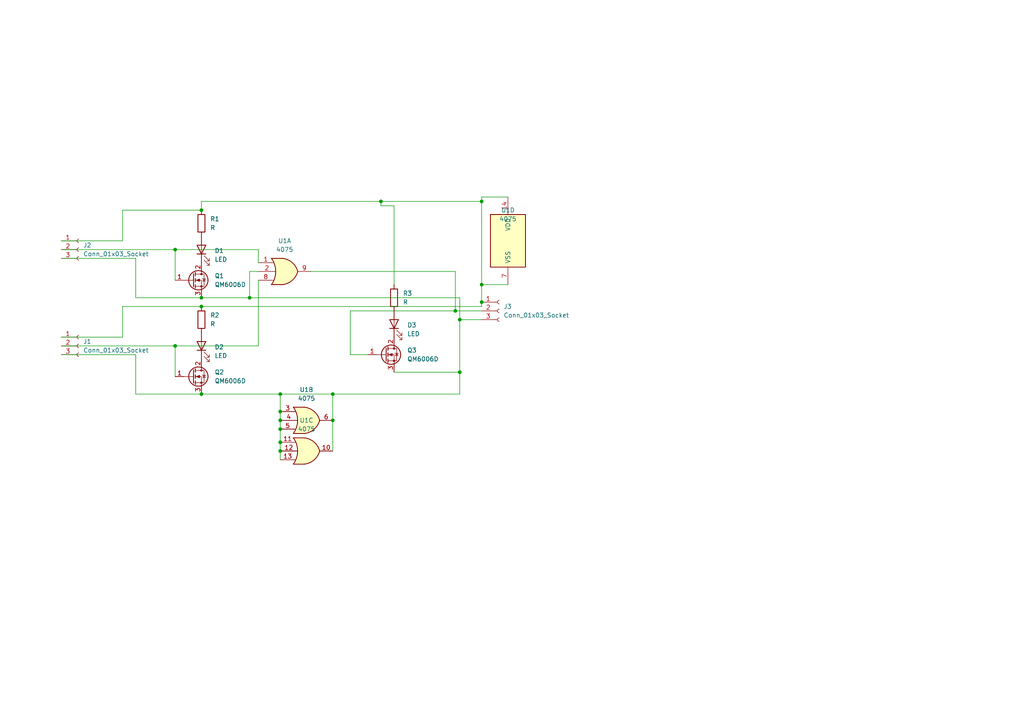
<source format=kicad_sch>
(kicad_sch (version 20250114) (generator "eeschema") (generator_version "9.0")
  (paper "A4")
  (lib_symbols
    (symbol "4xxx:4075" (pin_names (offset 1.016))
      (property "Reference" "U" (at 0 1.27 0))
      (property "Value" "4075" (at 0 -1.27 0))
      (symbol "4075_1_1"
        (arc (start -3.81 3.81) (mid -2.589 0) (end -3.81 -3.81) (stroke (width 0.254)))
        (polyline (pts (xy -3.81 3.81) (xy -0.635 3.81)) (stroke (width 0.254)) (fill (type background)))
        (polyline (pts (xy -3.81 -3.81) (xy -0.635 -3.81)) (stroke (width 0.254)) (fill (type background)))
        (arc (start 3.81 0) (mid 2.1855 -2.584) (end -0.6096 -3.81) (stroke (width 0.254)) (fill (type background)))
        (arc (start -0.6096 3.81) (mid 2.1928 2.5924) (end 3.81 0) (stroke (width 0.254)) (fill (type background)))
        (polyline (pts (xy -0.635 3.81) (xy -3.81 3.81) (xy -3.81 3.81) (xy -3.556 3.4036) (xy -3.0226 2.2606) (xy -2.6924 1.0414) (xy -2.6162 -0.254) (xy -2.7686 -1.4986) (xy -3.175 -2.7178) (xy -3.81 -3.81) (xy -3.81 -3.81) (xy -0.635 -3.81)) (stroke (width -25.4)) (fill (type background)))
        (pin input line (at -7.62 2.54 0) (length 4.318) (name "~") (number "1"))
        (pin input line (at -7.62 0 0) (length 4.953) (name "~") (number "2"))
        (pin input line (at -7.62 -2.54 0) (length 4.318) (name "~") (number "8"))
        (pin output line (at 7.62 0 180) (length 3.81) (name "~") (number "9"))
      )
      (symbol "4075_1_2"
        (arc (start 0 3.81) (mid 3.7934 0) (end 0 -3.81) (stroke (width 0.254)) (fill (type background)))
        (polyline (pts (xy 0 3.81) (xy -3.81 3.81) (xy -3.81 -3.81) (xy 0 -3.81)) (stroke (width 0.254)) (fill (type background)))
        (pin input inverted (at -7.62 2.54 0) (length 3.81) (name "~") (number "1"))
        (pin input inverted (at -7.62 0 0) (length 3.81) (name "~") (number "2"))
        (pin input inverted (at -7.62 -2.54 0) (length 3.81) (name "~") (number "8"))
        (pin output inverted (at 7.62 0 180) (length 3.81) (name "~") (number "9"))
      )
      (symbol "4075_2_1"
        (arc (start -3.81 3.81) (mid -2.589 0) (end -3.81 -3.81) (stroke (width 0.254)))
        (polyline (pts (xy -3.81 3.81) (xy -0.635 3.81)) (stroke (width 0.254)) (fill (type background)))
        (polyline (pts (xy -3.81 -3.81) (xy -0.635 -3.81)) (stroke (width 0.254)) (fill (type background)))
        (arc (start 3.81 0) (mid 2.1855 -2.584) (end -0.6096 -3.81) (stroke (width 0.254)) (fill (type background)))
        (arc (start -0.6096 3.81) (mid 2.1928 2.5924) (end 3.81 0) (stroke (width 0.254)) (fill (type background)))
        (polyline (pts (xy -0.635 3.81) (xy -3.81 3.81) (xy -3.81 3.81) (xy -3.556 3.4036) (xy -3.0226 2.2606) (xy -2.6924 1.0414) (xy -2.6162 -0.254) (xy -2.7686 -1.4986) (xy -3.175 -2.7178) (xy -3.81 -3.81) (xy -3.81 -3.81) (xy -0.635 -3.81)) (stroke (width -25.4)) (fill (type background)))
        (pin input line (at -7.62 2.54 0) (length 4.318) (name "~") (number "3"))
        (pin input line (at -7.62 0 0) (length 4.953) (name "~") (number "4"))
        (pin input line (at -7.62 -2.54 0) (length 4.318) (name "~") (number "5"))
        (pin output line (at 7.62 0 180) (length 3.81) (name "~") (number "6"))
      )
      (symbol "4075_2_2"
        (arc (start 0 3.81) (mid 3.7934 0) (end 0 -3.81) (stroke (width 0.254)) (fill (type background)))
        (polyline (pts (xy 0 3.81) (xy -3.81 3.81) (xy -3.81 -3.81) (xy 0 -3.81)) (stroke (width 0.254)) (fill (type background)))
        (pin input inverted (at -7.62 2.54 0) (length 3.81) (name "~") (number "3"))
        (pin input inverted (at -7.62 0 0) (length 3.81) (name "~") (number "4"))
        (pin input inverted (at -7.62 -2.54 0) (length 3.81) (name "~") (number "5"))
        (pin output inverted (at 7.62 0 180) (length 3.81) (name "~") (number "6"))
      )
      (symbol "4075_3_1"
        (arc (start -3.81 3.81) (mid -2.589 0) (end -3.81 -3.81) (stroke (width 0.254)))
        (polyline (pts (xy -3.81 3.81) (xy -0.635 3.81)) (stroke (width 0.254)) (fill (type background)))
        (polyline (pts (xy -3.81 -3.81) (xy -0.635 -3.81)) (stroke (width 0.254)) (fill (type background)))
        (arc (start 3.81 0) (mid 2.1855 -2.584) (end -0.6096 -3.81) (stroke (width 0.254)) (fill (type background)))
        (arc (start -0.6096 3.81) (mid 2.1928 2.5924) (end 3.81 0) (stroke (width 0.254)) (fill (type background)))
        (polyline (pts (xy -0.635 3.81) (xy -3.81 3.81) (xy -3.81 3.81) (xy -3.556 3.4036) (xy -3.0226 2.2606) (xy -2.6924 1.0414) (xy -2.6162 -0.254) (xy -2.7686 -1.4986) (xy -3.175 -2.7178) (xy -3.81 -3.81) (xy -3.81 -3.81) (xy -0.635 -3.81)) (stroke (width -25.4)) (fill (type background)))
        (pin input line (at -7.62 2.54 0) (length 4.318) (name "~") (number "11"))
        (pin input line (at -7.62 0 0) (length 4.953) (name "~") (number "12"))
        (pin input line (at -7.62 -2.54 0) (length 4.318) (name "~") (number "13"))
        (pin output line (at 7.62 0 180) (length 3.81) (name "~") (number "10"))
      )
      (symbol "4075_3_2"
        (arc (start 0 3.81) (mid 3.7934 0) (end 0 -3.81) (stroke (width 0.254)) (fill (type background)))
        (polyline (pts (xy 0 3.81) (xy -3.81 3.81) (xy -3.81 -3.81) (xy 0 -3.81)) (stroke (width 0.254)) (fill (type background)))
        (pin input inverted (at -7.62 2.54 0) (length 3.81) (name "~") (number "11"))
        (pin input inverted (at -7.62 0 0) (length 3.81) (name "~") (number "12"))
        (pin input inverted (at -7.62 -2.54 0) (length 3.81) (name "~") (number "13"))
        (pin output inverted (at 7.62 0 180) (length 3.81) (name "~") (number "10"))
      )
      (symbol "4075_4_0"
        (pin power_in line (at 0 12.7 270) (length 5.08) (name "VDD") (number "14"))
        (pin power_in line (at 0 -12.7 90) (length 5.08) (name "VSS") (number "7"))
      )
      (symbol "4075_4_1"
        (rectangle (start -5.08 7.62) (end 5.08 -7.62) (stroke (width 0.254)) (fill (type background)))
      )
    )
    (symbol "Connector:Conn_01x03_Socket" (pin_names (offset 1.016) (hide yes))
      (property "Reference" "J" (at 0 5.08 0))
      (property "Value" "Conn_01x03_Socket" (at 0 -5.08 0))
      (symbol "Conn_01x03_Socket_1_1"
        (polyline (pts (xy -1.27 2.54) (xy -0.508 2.54)) (stroke (width 0.1524)))
        (polyline (pts (xy -1.27 0) (xy -0.508 0)) (stroke (width 0.1524)))
        (polyline (pts (xy -1.27 -2.54) (xy -0.508 -2.54)) (stroke (width 0.1524)))
        (arc (start 0 2.032) (mid -0.5058 2.54) (end 0 3.048) (stroke (width 0.1524)))
        (arc (start 0 -0.508) (mid -0.5058 0) (end 0 0.508) (stroke (width 0.1524)))
        (arc (start 0 -3.048) (mid -0.5058 -2.54) (end 0 -2.032) (stroke (width 0.1524)))
        (pin passive line (at -5.08 2.54 0) (length 3.81) (name "Pin_1") (number "1"))
        (pin passive line (at -5.08 0 0) (length 3.81) (name "Pin_2") (number "2"))
        (pin passive line (at -5.08 -2.54 0) (length 3.81) (name "Pin_3") (number "3"))
      )
    )
    (symbol "Device:LED" (pin_numbers (hide yes)) (pin_names (offset 1.016) (hide yes))
      (property "Reference" "D" (at 0 2.54 0))
      (property "Value" "LED" (at 0 -2.54 0))
      (symbol "LED_0_1"
        (polyline (pts (xy -3.048 -0.762) (xy -4.572 -2.286) (xy -3.81 -2.286) (xy -4.572 -2.286) (xy -4.572 -1.524)))
        (polyline (pts (xy -1.778 -0.762) (xy -3.302 -2.286) (xy -2.54 -2.286) (xy -3.302 -2.286) (xy -3.302 -1.524)))
        (polyline (pts (xy -1.27 0) (xy 1.27 0)))
        (polyline (pts (xy -1.27 -1.27) (xy -1.27 1.27)) (stroke (width 0.254)))
        (polyline (pts (xy 1.27 -1.27) (xy 1.27 1.27) (xy -1.27 0) (xy 1.27 -1.27)) (stroke (width 0.254)))
      )
      (symbol "LED_1_1"
        (pin passive line (at -3.81 0 0) (length 2.54) (name "K") (number "1"))
        (pin passive line (at 3.81 0 180) (length 2.54) (name "A") (number "2"))
      )
    )
    (symbol "Device:R" (pin_numbers (hide yes)) (pin_names (offset 0))
      (property "Reference" "R" (at 2.032 0 90))
      (property "Value" "R" (at 0 0 90))
      (symbol "R_0_1"
        (rectangle (start -1.016 -2.54) (end 1.016 2.54) (stroke (width 0.254)))
      )
      (symbol "R_1_1"
        (pin passive line (at 0 3.81 270) (length 1.27) (name "~") (number "1"))
        (pin passive line (at 0 -3.81 90) (length 1.27) (name "~") (number "2"))
      )
    )
    (symbol "Transistor_FET:QM6006D" (pin_names (hide yes))
      (property "Reference" "Q" (at 5.08 1.905 0))
      (property "Value" "QM6006D" (at 5.08 0 0))
      (symbol "QM6006D_0_1"
        (polyline (pts (xy 0.254 1.905) (xy 0.254 -1.905)) (stroke (width 0.254)))
        (polyline (pts (xy 0.254 0) (xy -2.54 0)))
        (polyline (pts (xy 0.762 2.286) (xy 0.762 1.27)) (stroke (width 0.254)))
        (polyline (pts (xy 0.762 0.508) (xy 0.762 -0.508)) (stroke (width 0.254)))
        (polyline (pts (xy 0.762 -1.27) (xy 0.762 -2.286)) (stroke (width 0.254)))
        (polyline (pts (xy 0.762 -1.778) (xy 3.302 -1.778) (xy 3.302 1.778) (xy 0.762 1.778)))
        (polyline (pts (xy 1.016 0) (xy 2.032 0.381) (xy 2.032 -0.381) (xy 1.016 0)) (fill (type outline)))
        (circle (center 1.651 0) (radius 2.794) (stroke (width 0.254)))
        (polyline (pts (xy 2.54 2.54) (xy 2.54 1.778)))
        (circle (center 2.54 1.778) (radius 0.254) (fill (type outline)))
        (circle (center 2.54 -1.778) (radius 0.254) (fill (type outline)))
        (polyline (pts (xy 2.54 -2.54) (xy 2.54 0) (xy 0.762 0)))
        (polyline (pts (xy 2.794 0.508) (xy 2.921 0.381) (xy 3.683 0.381) (xy 3.81 0.254)))
        (polyline (pts (xy 3.302 0.381) (xy 2.921 -0.254) (xy 3.683 -0.254) (xy 3.302 0.381)))
      )
      (symbol "QM6006D_1_1"
        (pin input line (at -5.08 0 0) (length 2.54) (name "G") (number "1"))
        (pin passive line (at 2.54 5.08 270) (length 2.54) (name "D") (number "2"))
        (pin passive line (at 2.54 -5.08 90) (length 2.54) (name "S") (number "3"))
      )
    )
  )
  (junction (at 81.28 128.27))
  (junction (at 81.28 119.38))
  (junction (at 139.7 82.55))
  (junction (at 81.28 124.46))
  (junction (at 58.42 114.3))
  (junction (at 110.49 58.42))
  (junction (at 133.35 92.71))
  (junction (at 81.28 114.3))
  (junction (at 81.28 130.81))
  (junction (at 132.08 90.17))
  (junction (at 58.42 60.96))
  (junction (at 72.39 86.36))
  (junction (at 58.42 86.36))
  (junction (at 139.7 87.63))
  (junction (at 96.52 114.3))
  (junction (at 133.35 107.95))
  (junction (at 50.8 100.33))
  (junction (at 81.28 121.92))
  (junction (at 50.8 72.39))
  (junction (at 139.7 58.42))
  (junction (at 96.52 121.92))
  (junction (at 58.42 88.9))
  (wire (pts (xy 139.7 58.42) (xy 139.7 82.55)))
  (wire (pts (xy 114.3 82.55) (xy 114.3 59.69)))
  (wire (pts (xy 58.42 86.36) (xy 72.39 86.36)))
  (wire (pts (xy 101.6 90.17) (xy 132.08 90.17)))
  (wire (pts (xy 81.28 114.3) (xy 58.42 114.3)))
  (wire (pts (xy 35.56 60.96) (xy 35.56 69.85)))
  (wire (pts (xy 81.28 128.27) (xy 81.28 130.81)))
  (wire (pts (xy 39.37 74.93) (xy 39.37 86.36)))
  (wire (pts (xy 81.28 130.81) (xy 81.28 133.35)))
  (wire (pts (xy 81.28 121.92) (xy 81.28 124.46)))
  (wire (pts (xy 147.32 82.55) (xy 139.7 82.55)))
  (wire (pts (xy 17.78 102.87) (xy 39.37 102.87)))
  (wire (pts (xy 81.28 124.46) (xy 81.28 128.27)))
  (wire (pts (xy 39.37 102.87) (xy 39.37 114.3)))
  (wire (pts (xy 39.37 114.3) (xy 58.42 114.3)))
  (wire (pts (xy 17.78 97.79) (xy 35.56 97.79)))
  (wire (pts (xy 58.42 60.96) (xy 35.56 60.96)))
  (wire (pts (xy 17.78 100.33) (xy 50.8 100.33)))
  (wire (pts (xy 139.7 90.17) (xy 132.08 90.17)))
  (wire (pts (xy 58.42 88.9) (xy 35.56 88.9)))
  (wire (pts (xy 110.49 58.42) (xy 58.42 58.42)))
  (wire (pts (xy 139.7 82.55) (xy 139.7 87.63)))
  (wire (pts (xy 81.28 119.38) (xy 81.28 121.92)))
  (wire (pts (xy 90.17 78.74) (xy 132.08 78.74)))
  (wire (pts (xy 17.78 74.93) (xy 39.37 74.93)))
  (wire (pts (xy 74.93 81.28) (xy 74.93 100.33)))
  (wire (pts (xy 110.49 59.69) (xy 110.49 58.42)))
  (wire (pts (xy 133.35 107.95) (xy 133.35 114.3)))
  (wire (pts (xy 133.35 114.3) (xy 96.52 114.3)))
  (wire (pts (xy 114.3 107.95) (xy 133.35 107.95)))
  (wire (pts (xy 74.93 100.33) (xy 50.8 100.33)))
  (wire (pts (xy 133.35 92.71) (xy 133.35 107.95)))
  (wire (pts (xy 96.52 121.92) (xy 96.52 130.81)))
  (wire (pts (xy 114.3 59.69) (xy 110.49 59.69)))
  (wire (pts (xy 39.37 86.36) (xy 58.42 86.36)))
  (wire (pts (xy 50.8 100.33) (xy 50.8 109.22)))
  (wire (pts (xy 17.78 69.85) (xy 35.56 69.85)))
  (wire (pts (xy 74.93 78.74) (xy 72.39 78.74)))
  (wire (pts (xy 81.28 114.3) (xy 81.28 119.38)))
  (wire (pts (xy 139.7 57.15) (xy 139.7 58.42)))
  (wire (pts (xy 50.8 72.39) (xy 50.8 81.28)))
  (wire (pts (xy 101.6 102.87) (xy 101.6 90.17)))
  (wire (pts (xy 96.52 114.3) (xy 81.28 114.3)))
  (wire (pts (xy 72.39 78.74) (xy 72.39 86.36)))
  (wire (pts (xy 17.78 72.39) (xy 50.8 72.39)))
  (wire (pts (xy 96.52 114.3) (xy 96.52 121.92)))
  (wire (pts (xy 58.42 58.42) (xy 58.42 60.96)))
  (wire (pts (xy 72.39 86.36) (xy 133.35 86.36)))
  (wire (pts (xy 101.6 102.87) (xy 106.68 102.87)))
  (wire (pts (xy 110.49 58.42) (xy 139.7 58.42)))
  (wire (pts (xy 74.93 76.2) (xy 74.93 72.39)))
  (wire (pts (xy 58.42 88.9) (xy 139.7 88.9)))
  (wire (pts (xy 147.32 57.15) (xy 139.7 57.15)))
  (wire (pts (xy 139.7 88.9) (xy 139.7 87.63)))
  (wire (pts (xy 74.93 72.39) (xy 50.8 72.39)))
  (wire (pts (xy 132.08 90.17) (xy 132.08 78.74)))
  (wire (pts (xy 139.7 92.71) (xy 133.35 92.71)))
  (wire (pts (xy 133.35 86.36) (xy 133.35 92.71)))
  (wire (pts (xy 35.56 88.9) (xy 35.56 97.79)))
  (symbol (lib_id "Connector:Conn_01x03_Socket") (at 144.78 90.17 0) (unit 1)
    (property "Reference" "J3" (at 146.05 88.8999 0) (effects (justify left)))
    (property "Value" "Conn_01x03_Socket" (at 146.05 91.4399 0) (effects (justify left)))
    (property "Footprint" "Connector_PinSocket_2.54mm:PinSocket_1x03_P2.54mm_Horizontal" (effects (hide yes)))
    (property "Description" "Generic connector, single row, 01x03, script generated" (effects (hide yes)))
  )
  (symbol (lib_id "Transistor_FET:QM6006D") (at 111.76 102.87 0) (unit 1)
    (property "Reference" "Q3" (at 118.11 101.5999 0) (effects (justify left)))
    (property "Value" "QM6006D" (at 118.11 104.1399 0) (effects (justify left)))
    (property "Footprint" "Package_TO_SOT_SMD:TO-252-2" (effects (hide yes)))
    (property "Datasheet" "http://www.jaolen.com/images/pdf/QM6006D.pdf" (effects (hide yes)))
    (property "Description" "35A Id, 60V Vds, N-Channel Power MOSFET, 18mOhm Ron, 19.3nC Qg (typ), TO252" (effects (hide yes)))
  )
  (symbol (lib_id "4xxx:4075") (at 147.32 69.85 0) (unit 4)
    (property "Reference" "U1" (at 147.32 60.96 0))
    (property "Value" "4075" (at 147.32 63.5 0))
    (property "Footprint" "Package_DIP:DIP-14_W7.62mm" (effects (hide yes)))
    (property "Datasheet" "http://www.intersil.com/content/dam/Intersil/documents/cd40/cd4071bms-72bms-75bms.pdf" (effects (hide yes)))
    (property "Description" "Triple Or 3 inputs" (effects (hide yes)))
  )
  (symbol (lib_id "4xxx:4075") (at 88.9 130.81 0) (unit 3)
    (property "Reference" "U1" (at 88.9 121.92 0))
    (property "Value" "4075" (at 88.9 124.46 0))
    (property "Footprint" "Package_DIP:DIP-14_W7.62mm" (effects (hide yes)))
    (property "Datasheet" "http://www.intersil.com/content/dam/Intersil/documents/cd40/cd4071bms-72bms-75bms.pdf" (effects (hide yes)))
    (property "Description" "Triple Or 3 inputs" (effects (hide yes)))
  )
  (symbol (lib_id "Transistor_FET:QM6006D") (at 55.88 81.28 0) (unit 1)
    (property "Reference" "Q1" (at 62.23 80.0099 0) (effects (justify left)))
    (property "Value" "QM6006D" (at 62.23 82.5499 0) (effects (justify left)))
    (property "Footprint" "Package_TO_SOT_SMD:TO-252-2" (effects (hide yes)))
    (property "Datasheet" "http://www.jaolen.com/images/pdf/QM6006D.pdf" (effects (hide yes)))
    (property "Description" "35A Id, 60V Vds, N-Channel Power MOSFET, 18mOhm Ron, 19.3nC Qg (typ), TO252" (effects (hide yes)))
  )
  (symbol (lib_id "Transistor_FET:QM6006D") (at 55.88 109.22 0) (unit 1)
    (property "Reference" "Q2" (at 62.23 107.9499 0) (effects (justify left)))
    (property "Value" "QM6006D" (at 62.23 110.4899 0) (effects (justify left)))
    (property "Footprint" "Package_TO_SOT_SMD:TO-252-2" (effects (hide yes)))
    (property "Datasheet" "http://www.jaolen.com/images/pdf/QM6006D.pdf" (effects (hide yes)))
    (property "Description" "35A Id, 60V Vds, N-Channel Power MOSFET, 18mOhm Ron, 19.3nC Qg (typ), TO252" (effects (hide yes)))
  )
  (symbol (lib_id "Device:R") (at 58.42 92.71 0) (unit 1)
    (property "Reference" "R2" (at 60.96 91.4399 0) (effects (justify left)))
    (property "Value" "R" (at 60.96 93.9799 0) (effects (justify left)))
    (property "Footprint" "Resistor_SMD:R_1206_3216Metric" (effects (hide yes)))
    (property "Description" "Resistor" (effects (hide yes)))
  )
  (symbol (lib_id "Connector:Conn_01x03_Socket") (at 22.86 72.39 0) (unit 1)
    (property "Reference" "J2" (at 24.13 71.1199 0) (effects (justify left)))
    (property "Value" "Conn_01x03_Socket" (at 24.13 73.6599 0) (effects (justify left)))
    (property "Footprint" "Connector_PinSocket_2.54mm:PinSocket_1x03_P2.54mm_Horizontal" (effects (hide yes)))
    (property "Description" "Generic connector, single row, 01x03, script generated" (effects (hide yes)))
  )
  (symbol (lib_id "Device:LED") (at 58.42 100.33 90) (unit 1)
    (property "Reference" "D2" (at 62.23 100.6474 90) (effects (justify right)))
    (property "Value" "LED" (at 62.23 103.1874 90) (effects (justify right)))
    (property "Footprint" "LED_SMD:LED_1206_3216Metric" (effects (hide yes)))
    (property "Description" "Light emitting diode" (effects (hide yes)))
    (property "Sim.Pins" "1=K 2=A" (effects (hide yes)))
  )
  (symbol (lib_id "Device:LED") (at 114.3 93.98 90) (unit 1)
    (property "Reference" "D3" (at 118.11 94.2974 90) (effects (justify right)))
    (property "Value" "LED" (at 118.11 96.8374 90) (effects (justify right)))
    (property "Footprint" "LED_SMD:LED_1206_3216Metric" (effects (hide yes)))
    (property "Description" "Light emitting diode" (effects (hide yes)))
    (property "Sim.Pins" "1=K 2=A" (effects (hide yes)))
  )
  (symbol (lib_id "Device:R") (at 58.42 64.77 0) (unit 1)
    (property "Reference" "R1" (at 60.96 63.4999 0) (effects (justify left)))
    (property "Value" "R" (at 60.96 66.0399 0) (effects (justify left)))
    (property "Footprint" "Resistor_SMD:R_1206_3216Metric" (effects (hide yes)))
    (property "Description" "Resistor" (effects (hide yes)))
  )
  (symbol (lib_id "Device:LED") (at 58.42 72.39 90) (unit 1)
    (property "Reference" "D1" (at 62.23 72.7074 90) (effects (justify right)))
    (property "Value" "LED" (at 62.23 75.2474 90) (effects (justify right)))
    (property "Footprint" "LED_SMD:LED_1206_3216Metric" (effects (hide yes)))
    (property "Description" "Light emitting diode" (effects (hide yes)))
    (property "Sim.Pins" "1=K 2=A" (effects (hide yes)))
  )
  (symbol (lib_id "4xxx:4075") (at 82.55 78.74 0) (unit 1)
    (property "Reference" "U1" (at 82.55 69.85 0))
    (property "Value" "4075" (at 82.55 72.39 0))
    (property "Footprint" "Package_DIP:DIP-14_W7.62mm" (effects (hide yes)))
    (property "Datasheet" "http://www.intersil.com/content/dam/Intersil/documents/cd40/cd4071bms-72bms-75bms.pdf" (effects (hide yes)))
    (property "Description" "Triple Or 3 inputs" (effects (hide yes)))
  )
  (symbol (lib_id "4xxx:4075") (at 88.9 121.92 0) (unit 2)
    (property "Reference" "U1" (at 88.9 113.03 0))
    (property "Value" "4075" (at 88.9 115.57 0))
    (property "Footprint" "Package_DIP:DIP-14_W7.62mm" (effects (hide yes)))
    (property "Datasheet" "http://www.intersil.com/content/dam/Intersil/documents/cd40/cd4071bms-72bms-75bms.pdf" (effects (hide yes)))
    (property "Description" "Triple Or 3 inputs" (effects (hide yes)))
  )
  (symbol (lib_id "Connector:Conn_01x03_Socket") (at 22.86 100.33 0) (unit 1)
    (property "Reference" "J1" (at 24.13 99.0599 0) (effects (justify left)))
    (property "Value" "Conn_01x03_Socket" (at 24.13 101.5999 0) (effects (justify left)))
    (property "Footprint" "Connector_PinSocket_2.54mm:PinSocket_1x03_P2.54mm_Horizontal" (effects (hide yes)))
    (property "Description" "Generic connector, single row, 01x03, script generated" (effects (hide yes)))
  )
  (symbol (lib_id "Device:R") (at 114.3 86.36 0) (unit 1)
    (property "Reference" "R3" (at 116.84 85.0899 0) (effects (justify left)))
    (property "Value" "R" (at 116.84 87.6299 0) (effects (justify left)))
    (property "Footprint" "Resistor_SMD:R_1206_3216Metric" (effects (hide yes)))
    (property "Description" "Resistor" (effects (hide yes)))
  )
)
</source>
